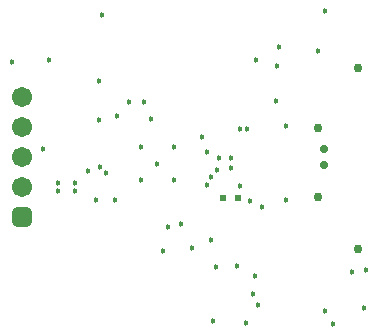
<source format=gbs>
%FSTAX23Y23*%
%MOIN*%
%SFA1B1*%

%IPPOS*%
%AMD63*
4,1,8,-0.033500,0.015700,-0.033500,-0.015700,-0.015700,-0.033500,0.015700,-0.033500,0.033500,-0.015700,0.033500,0.015700,0.015700,0.033500,-0.015700,0.033500,-0.033500,0.015700,0.0*
1,1,0.035591,-0.015700,0.015700*
1,1,0.035591,-0.015700,-0.015700*
1,1,0.035591,0.015700,-0.015700*
1,1,0.035591,0.015700,0.015700*
%
%ADD62C,0.067086*%
G04~CAMADD=63~8~0.0~0.0~670.9~670.9~178.0~0.0~15~0.0~0.0~0.0~0.0~0~0.0~0.0~0.0~0.0~0~0.0~0.0~0.0~90.0~670.0~670.0*
%ADD63D63*%
%ADD64C,0.029685*%
%ADD65C,0.017874*%
%ADD66C,0.029094*%
%ADD77R,0.024094X0.024094*%
%LNcoaster-1*%
%LPD*%
G54D62*
X00075Y00807D03*
Y00707D03*
Y00507D03*
Y00607D03*
G54D63*
X00075Y00407D03*
G54D64*
X0106Y00703D03*
Y00476D03*
X01195Y00905D03*
Y003D03*
G54D65*
X00675Y00675D03*
X0073Y00605D03*
X0069Y00515D03*
X00705Y0054D03*
X00873Y0044D03*
X00385Y00465D03*
X00725Y00563D03*
X00545Y00295D03*
X008Y0051D03*
Y007D03*
X0034Y0108D03*
X01085Y01095D03*
X00525Y00585D03*
X0058Y0064D03*
X0047Y0053D03*
X0058D03*
X0047Y0064D03*
X0039Y00745D03*
X00335Y00575D03*
X0032Y00465D03*
X0056Y00375D03*
X00295Y0056D03*
X00165Y0093D03*
X0043Y0079D03*
X0033Y0073D03*
X00145Y00635D03*
X00705Y0033D03*
X0071Y0006D03*
X00845Y0015D03*
X0072Y0024D03*
X0064Y00305D03*
X00605Y00385D03*
X00835Y0046D03*
X0085Y0021D03*
X00355Y00555D03*
X0048Y0079D03*
X00505Y00735D03*
X0086Y00115D03*
X0093Y00975D03*
X0092Y00795D03*
X0106Y0096D03*
X00195Y00495D03*
X0025D03*
X0069Y00625D03*
X00195Y0052D03*
X0025D03*
X0004Y00925D03*
X01085Y00095D03*
X0079Y00245D03*
X0082Y00055D03*
X0122Y0023D03*
X01215Y00104D03*
X01175Y00225D03*
X0111Y0005D03*
X0077Y0057D03*
Y00605D03*
X00825Y007D03*
X00855Y0093D03*
X00925Y0091D03*
X00955Y0071D03*
Y00465D03*
X0033Y0086D03*
G54D66*
X0108Y0058D03*
Y00635D03*
G54D77*
X00795Y0047D03*
X00745D03*
M02*
</source>
